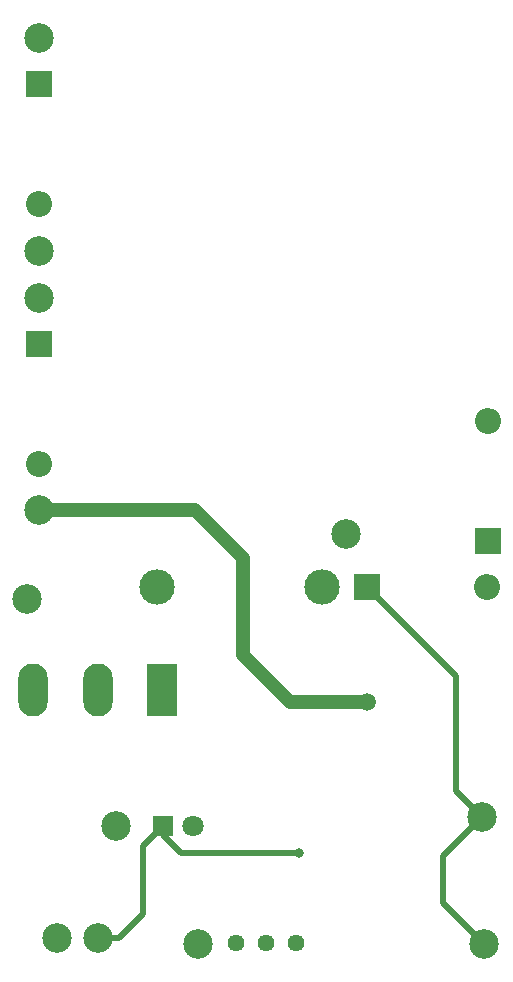
<source format=gbr>
%TF.GenerationSoftware,KiCad,Pcbnew,(6.0.2)*%
%TF.CreationDate,2022-08-02T15:31:11+02:00*%
%TF.ProjectId,hv_discharge_v2c,68765f64-6973-4636-9861-7267655f7632,rev?*%
%TF.SameCoordinates,Original*%
%TF.FileFunction,Copper,L1,Top*%
%TF.FilePolarity,Positive*%
%FSLAX46Y46*%
G04 Gerber Fmt 4.6, Leading zero omitted, Abs format (unit mm)*
G04 Created by KiCad (PCBNEW (6.0.2)) date 2022-08-02 15:31:11*
%MOMM*%
%LPD*%
G01*
G04 APERTURE LIST*
%TA.AperFunction,ComponentPad*%
%ADD10C,2.500000*%
%TD*%
%TA.AperFunction,ComponentPad*%
%ADD11R,2.200000X2.200000*%
%TD*%
%TA.AperFunction,ComponentPad*%
%ADD12O,2.200000X2.200000*%
%TD*%
%TA.AperFunction,ComponentPad*%
%ADD13R,1.800000X1.800000*%
%TD*%
%TA.AperFunction,ComponentPad*%
%ADD14C,1.800000*%
%TD*%
%TA.AperFunction,ComponentPad*%
%ADD15R,2.500000X4.500000*%
%TD*%
%TA.AperFunction,ComponentPad*%
%ADD16O,2.500000X4.500000*%
%TD*%
%TA.AperFunction,ComponentPad*%
%ADD17O,3.000000X3.000000*%
%TD*%
%TA.AperFunction,ComponentPad*%
%ADD18C,1.440000*%
%TD*%
%TA.AperFunction,ViaPad*%
%ADD19C,1.500000*%
%TD*%
%TA.AperFunction,ViaPad*%
%ADD20C,0.800000*%
%TD*%
%TA.AperFunction,Conductor*%
%ADD21C,1.200000*%
%TD*%
%TA.AperFunction,Conductor*%
%ADD22C,0.500000*%
%TD*%
G04 APERTURE END LIST*
D10*
%TO.P,J3,1,Pin_1*%
%TO.N,/Sup+*%
X105000000Y-105000000D03*
%TD*%
%TO.P,J6,1,Pin_1*%
%TO.N,/Sup-*%
X104000000Y-152500000D03*
%TD*%
D11*
%TO.P,D4,1,K*%
%TO.N,Net-(D4-Pad1)*%
X143000000Y-147580000D03*
D12*
%TO.P,D4,2,A*%
%TO.N,/Sup+*%
X143000000Y-137420000D03*
%TD*%
D10*
%TO.P,J1,1,Pin_1*%
%TO.N,/Sup_mid*%
X105000000Y-123000000D03*
%TD*%
D11*
%TO.P,D2,1,K*%
%TO.N,/Sup_mid*%
X105000000Y-130920000D03*
D12*
%TO.P,D2,2,A*%
%TO.N,/Sup-*%
X105000000Y-141080000D03*
%TD*%
D13*
%TO.P,D12,1,K*%
%TO.N,/Sup-*%
X115475000Y-171750000D03*
D14*
%TO.P,D12,2,A*%
%TO.N,Net-(D11-Pad2)*%
X118015000Y-171750000D03*
%TD*%
D10*
%TO.P,J12,1,Pin_1*%
%TO.N,/OUT+*%
X142735000Y-181700000D03*
%TD*%
D15*
%TO.P,Q2,1,G*%
%TO.N,/Gate_SiC*%
X115450000Y-160180000D03*
D16*
%TO.P,Q2,2,D*%
%TO.N,/SiC_drain*%
X110000000Y-160180000D03*
%TO.P,Q2,3,S*%
%TO.N,/Sup-*%
X104550000Y-160180000D03*
%TD*%
D17*
%TO.P,R14,2*%
%TO.N,/SiC_drain*%
X115000000Y-151500000D03*
%TD*%
D10*
%TO.P,J2,1,Pin_1*%
%TO.N,/Sup_mid*%
X105000000Y-127000000D03*
%TD*%
%TO.P,J5,1,Pin_1*%
%TO.N,/OUT+*%
X131000000Y-147000000D03*
%TD*%
%TO.P,J11,1,Pin_1*%
%TO.N,/Sup-*%
X106500000Y-181200000D03*
%TD*%
D11*
%TO.P,D6,1,K*%
%TO.N,/OUT+*%
X132750000Y-151500000D03*
D12*
%TO.P,D6,2,A*%
%TO.N,Net-(D4-Pad1)*%
X142910000Y-151500000D03*
%TD*%
D10*
%TO.P,J7,1,Pin_1*%
%TO.N,/Sup-*%
X110000000Y-181200000D03*
%TD*%
D11*
%TO.P,D1,1,K*%
%TO.N,/Sup+*%
X105000000Y-108920000D03*
D12*
%TO.P,D1,2,A*%
%TO.N,/Sup_mid*%
X105000000Y-119080000D03*
%TD*%
D10*
%TO.P,J4,1,Pin_1*%
%TO.N,/Sup-*%
X105000000Y-145000000D03*
%TD*%
%TO.P,J8,1,Pin_1*%
%TO.N,/M*%
X118500000Y-181700000D03*
%TD*%
D18*
%TO.P,RV1,1,1*%
%TO.N,Net-(R19-Pad2)*%
X126775000Y-181625000D03*
%TO.P,RV1,2,2*%
%TO.N,/M*%
X124235000Y-181625000D03*
%TO.P,RV1,3,3*%
X121695000Y-181625000D03*
%TD*%
D10*
%TO.P,J9,1,Pin_1*%
%TO.N,/OUT+*%
X142500000Y-171000000D03*
%TD*%
%TO.P,J10,1,Pin_1*%
%TO.N,/Sup-*%
X111500000Y-171750000D03*
%TD*%
D17*
%TO.P,R13,2*%
%TO.N,/OUT+*%
X129000000Y-151500000D03*
%TD*%
D19*
%TO.N,/Sup-*%
X132750000Y-161250000D03*
D20*
X127000000Y-174000000D03*
%TD*%
D21*
%TO.N,/Sup-*%
X118250000Y-145000000D02*
X122250000Y-149000000D01*
X122250000Y-149000000D02*
X122250000Y-157250000D01*
D22*
X117000000Y-174000000D02*
X127000000Y-174000000D01*
D21*
X126250000Y-161250000D02*
X132750000Y-161250000D01*
X122250000Y-157250000D02*
X126250000Y-161250000D01*
D22*
X115475000Y-172475000D02*
X117000000Y-174000000D01*
X113800000Y-179167766D02*
X113800000Y-173425000D01*
D21*
X105000000Y-145000000D02*
X118250000Y-145000000D01*
D22*
X113800000Y-173425000D02*
X115475000Y-171750000D01*
X111767766Y-181200000D02*
X113800000Y-179167766D01*
X110000000Y-181200000D02*
X111767766Y-181200000D01*
X115475000Y-171750000D02*
X115475000Y-172475000D01*
%TO.N,/OUT+*%
X140300000Y-159000000D02*
X140300000Y-168800000D01*
X139249521Y-174250479D02*
X142500000Y-171000000D01*
X132750000Y-151500000D02*
X132800000Y-151500000D01*
X139249521Y-178214521D02*
X139249521Y-174250479D01*
X140300000Y-168800000D02*
X142500000Y-171000000D01*
X132800000Y-151500000D02*
X140300000Y-159000000D01*
X142735000Y-181700000D02*
X139249521Y-178214521D01*
%TD*%
M02*

</source>
